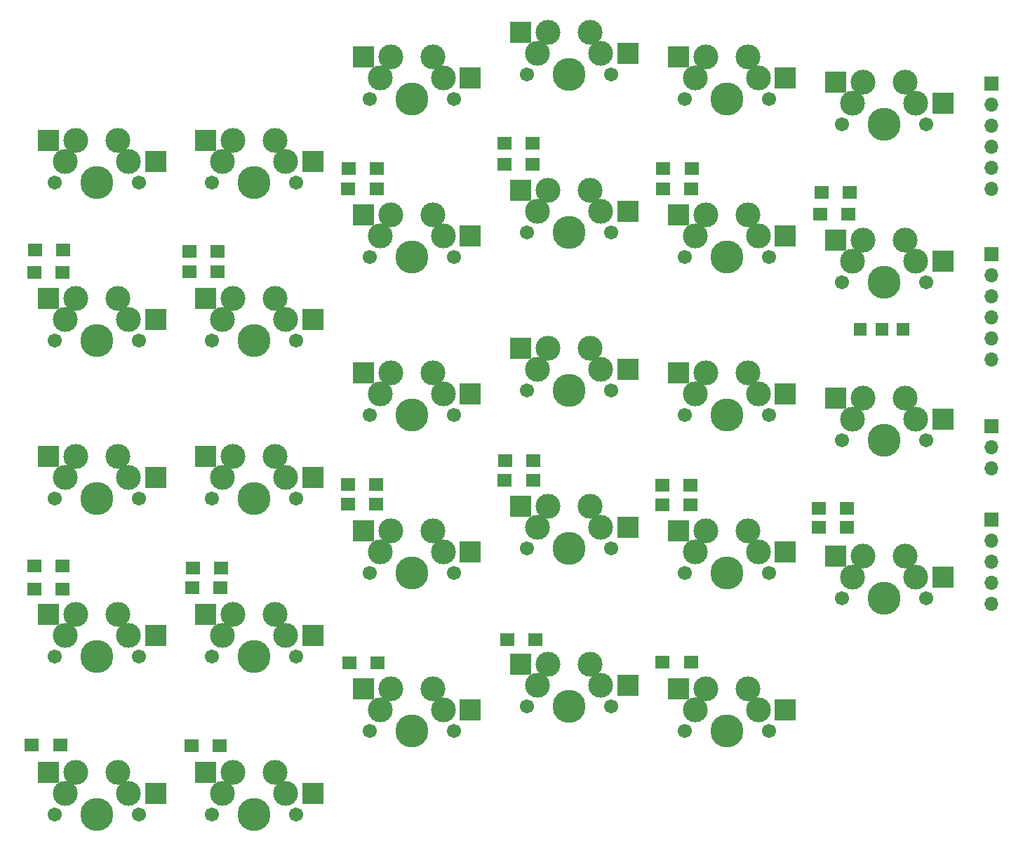
<source format=gbr>
%TF.GenerationSoftware,KiCad,Pcbnew,7.0.2*%
%TF.CreationDate,2023-04-26T23:00:14+02:00*%
%TF.ProjectId,phoenix-no-controller,70686f65-6e69-4782-9d6e-6f2d636f6e74,v1.0.0*%
%TF.SameCoordinates,Original*%
%TF.FileFunction,Soldermask,Top*%
%TF.FilePolarity,Negative*%
%FSLAX46Y46*%
G04 Gerber Fmt 4.6, Leading zero omitted, Abs format (unit mm)*
G04 Created by KiCad (PCBNEW 7.0.2) date 2023-04-26 23:00:14*
%MOMM*%
%LPD*%
G01*
G04 APERTURE LIST*
%ADD10C,1.701800*%
%ADD11C,3.000000*%
%ADD12C,3.987800*%
%ADD13R,2.550000X2.500000*%
%ADD14R,1.700000X1.700000*%
%ADD15O,1.700000X1.700000*%
%ADD16R,1.800000X1.500000*%
%ADD17R,1.524000X1.524000*%
G04 APERTURE END LIST*
D10*
%TO.C,S28*%
X230427500Y-114424810D03*
D11*
X231697500Y-111884810D03*
X232967500Y-109344810D03*
D12*
X235507500Y-114424810D03*
D11*
X238047500Y-109344810D03*
X239317500Y-111884810D03*
D10*
X240587500Y-114424810D03*
D13*
X229665500Y-109344810D03*
X242592500Y-111884810D03*
%TD*%
D10*
%TO.C,S21*%
X211427500Y-149524810D03*
D11*
X212697500Y-146984810D03*
X213967500Y-144444810D03*
D12*
X216507500Y-149524810D03*
D11*
X219047500Y-144444810D03*
X220317500Y-146984810D03*
D10*
X221587500Y-149524810D03*
D13*
X210665500Y-144444810D03*
X223592500Y-146984810D03*
%TD*%
D10*
%TO.C,S24*%
X211427500Y-92374810D03*
D11*
X212697500Y-89834810D03*
X213967500Y-87294810D03*
D12*
X216507500Y-92374810D03*
D11*
X219047500Y-87294810D03*
X220317500Y-89834810D03*
D10*
X221587500Y-92374810D03*
D13*
X210665500Y-87294810D03*
X223592500Y-89834810D03*
%TD*%
D10*
%TO.C,S11*%
X173427500Y-149524810D03*
D11*
X174697500Y-146984810D03*
X175967500Y-144444810D03*
D12*
X178507500Y-149524810D03*
D11*
X181047500Y-144444810D03*
X182317500Y-146984810D03*
D10*
X183587500Y-149524810D03*
D13*
X172665500Y-144444810D03*
X185592500Y-146984810D03*
%TD*%
D14*
%TO.C,*%
X248477500Y-111077500D03*
D15*
X248477500Y-113617500D03*
X248477500Y-116157500D03*
X248477500Y-118697500D03*
X248477500Y-121237500D03*
X248477500Y-123777500D03*
%TD*%
D16*
%TO.C,*%
X132670000Y-170270000D03*
%TD*%
D10*
%TO.C,S15*%
X192427500Y-165574810D03*
D11*
X193697500Y-163034810D03*
X194967500Y-160494810D03*
D12*
X197507500Y-165574810D03*
D11*
X200047500Y-160494810D03*
X201317500Y-163034810D03*
D10*
X202587500Y-165574810D03*
D13*
X191665500Y-160494810D03*
X204592500Y-163034810D03*
%TD*%
D10*
%TO.C,S12*%
X173427500Y-130474810D03*
D11*
X174697500Y-127934810D03*
X175967500Y-125394810D03*
D12*
X178507500Y-130474810D03*
D11*
X181047500Y-125394810D03*
X182317500Y-127934810D03*
D10*
X183587500Y-130474810D03*
D13*
X172665500Y-125394810D03*
X185592500Y-127934810D03*
%TD*%
D10*
%TO.C,S4*%
X135427500Y-102374810D03*
D11*
X136697500Y-99834810D03*
X137967500Y-97294810D03*
D12*
X140507500Y-102374810D03*
D11*
X143047500Y-97294810D03*
X144317500Y-99834810D03*
D10*
X145587500Y-102374810D03*
D13*
X134665500Y-97294810D03*
X147592500Y-99834810D03*
%TD*%
D10*
%TO.C,S6*%
X154427500Y-159524810D03*
D11*
X155697500Y-156984810D03*
X156967500Y-154444810D03*
D12*
X159507500Y-159524810D03*
D11*
X162047500Y-154444810D03*
X163317500Y-156984810D03*
D10*
X164587500Y-159524810D03*
D13*
X153665500Y-154444810D03*
X166592500Y-156984810D03*
%TD*%
D14*
%TO.C,*%
X248427500Y-131772500D03*
D15*
X248427500Y-134312500D03*
X248427500Y-136852500D03*
%TD*%
D10*
%TO.C,S10*%
X173427500Y-168574810D03*
D11*
X174697500Y-166034810D03*
X175967500Y-163494810D03*
D12*
X178507500Y-168574810D03*
D11*
X181047500Y-163494810D03*
X182317500Y-166034810D03*
D10*
X183587500Y-168574810D03*
D13*
X172665500Y-163494810D03*
X185592500Y-166034810D03*
%TD*%
D10*
%TO.C,S20*%
X211427500Y-168574810D03*
D11*
X212697500Y-166034810D03*
X213967500Y-163494810D03*
D12*
X216507500Y-168574810D03*
D11*
X219047500Y-163494810D03*
X220317500Y-166034810D03*
D10*
X221587500Y-168574810D03*
D13*
X210665500Y-163494810D03*
X223592500Y-166034810D03*
%TD*%
D10*
%TO.C,S27*%
X230427500Y-133474810D03*
D11*
X231697500Y-130934810D03*
X232967500Y-128394810D03*
D12*
X235507500Y-133474810D03*
D11*
X238047500Y-128394810D03*
X239317500Y-130934810D03*
D10*
X240587500Y-133474810D03*
D13*
X229665500Y-128394810D03*
X242592500Y-130934810D03*
%TD*%
D10*
%TO.C,S17*%
X192427500Y-127474810D03*
D11*
X193697500Y-124934810D03*
X194967500Y-122394810D03*
D12*
X197507500Y-127474810D03*
D11*
X200047500Y-122394810D03*
X201317500Y-124934810D03*
D10*
X202587500Y-127474810D03*
D13*
X191665500Y-122394810D03*
X204592500Y-124934810D03*
%TD*%
D10*
%TO.C,S29*%
X230427500Y-95374810D03*
D11*
X231697500Y-92834810D03*
X232967500Y-90294810D03*
D12*
X235507500Y-95374810D03*
D11*
X238047500Y-90294810D03*
X239317500Y-92834810D03*
D10*
X240587500Y-95374810D03*
D13*
X229665500Y-90294810D03*
X242592500Y-92834810D03*
%TD*%
D17*
%TO.C,*%
X237760000Y-120130000D03*
%TD*%
D10*
%TO.C,S3*%
X135427500Y-121424810D03*
D11*
X136697500Y-118884810D03*
X137967500Y-116344810D03*
D12*
X140507500Y-121424810D03*
D11*
X143047500Y-116344810D03*
X144317500Y-118884810D03*
D10*
X145587500Y-121424810D03*
D13*
X134665500Y-116344810D03*
X147592500Y-118884810D03*
%TD*%
D10*
%TO.C,S1*%
X135427500Y-159524810D03*
D11*
X136697500Y-156984810D03*
X137967500Y-154444810D03*
D12*
X140507500Y-159524810D03*
D11*
X143047500Y-154444810D03*
X144317500Y-156984810D03*
D10*
X145587500Y-159524810D03*
D13*
X134665500Y-154444810D03*
X147592500Y-156984810D03*
%TD*%
D10*
%TO.C,S13*%
X173427500Y-111424810D03*
D11*
X174697500Y-108884810D03*
X175967500Y-106344810D03*
D12*
X178507500Y-111424810D03*
D11*
X181047500Y-106344810D03*
X182317500Y-108884810D03*
D10*
X183587500Y-111424810D03*
D13*
X172665500Y-106344810D03*
X185592500Y-108884810D03*
%TD*%
D10*
%TO.C,S22*%
X211427500Y-130474810D03*
D11*
X212697500Y-127934810D03*
X213967500Y-125394810D03*
D12*
X216507500Y-130474810D03*
D11*
X219047500Y-125394810D03*
X220317500Y-127934810D03*
D10*
X221587500Y-130474810D03*
D13*
X210665500Y-125394810D03*
X223592500Y-127934810D03*
%TD*%
D10*
%TO.C,S7*%
X154427500Y-140474810D03*
D11*
X155697500Y-137934810D03*
X156967500Y-135394810D03*
D12*
X159507500Y-140474810D03*
D11*
X162047500Y-135394810D03*
X163317500Y-137934810D03*
D10*
X164587500Y-140474810D03*
D13*
X153665500Y-135394810D03*
X166592500Y-137934810D03*
%TD*%
D10*
%TO.C,S23*%
X211427500Y-111424810D03*
D11*
X212697500Y-108884810D03*
X213967500Y-106344810D03*
D12*
X216507500Y-111424810D03*
D11*
X219047500Y-106344810D03*
X220317500Y-108884810D03*
D10*
X221587500Y-111424810D03*
D13*
X210665500Y-106344810D03*
X223592500Y-108884810D03*
%TD*%
D17*
%TO.C,*%
X235260000Y-120130000D03*
%TD*%
D10*
%TO.C,S16*%
X192427500Y-146524810D03*
D11*
X193697500Y-143984810D03*
X194967500Y-141444810D03*
D12*
X197507500Y-146524810D03*
D11*
X200047500Y-141444810D03*
X201317500Y-143984810D03*
D10*
X202587500Y-146524810D03*
D13*
X191665500Y-141444810D03*
X204592500Y-143984810D03*
%TD*%
D10*
%TO.C,S19*%
X192427500Y-89374810D03*
D11*
X193697500Y-86834810D03*
X194967500Y-84294810D03*
D12*
X197507500Y-89374810D03*
D11*
X200047500Y-84294810D03*
X201317500Y-86834810D03*
D10*
X202587500Y-89374810D03*
D13*
X191665500Y-84294810D03*
X204592500Y-86834810D03*
%TD*%
D10*
%TO.C,S14*%
X173427500Y-92374810D03*
D11*
X174697500Y-89834810D03*
X175967500Y-87294810D03*
D12*
X178507500Y-92374810D03*
D11*
X181047500Y-87294810D03*
X182317500Y-89834810D03*
D10*
X183587500Y-92374810D03*
D13*
X172665500Y-87294810D03*
X185592500Y-89834810D03*
%TD*%
D17*
%TO.C,*%
X232660000Y-120130000D03*
%TD*%
D10*
%TO.C,S2*%
X135427500Y-140474810D03*
D11*
X136697500Y-137934810D03*
X137967500Y-135394810D03*
D12*
X140507500Y-140474810D03*
D11*
X143047500Y-135394810D03*
X144317500Y-137934810D03*
D10*
X145587500Y-140474810D03*
D13*
X134665500Y-135394810D03*
X147592500Y-137934810D03*
%TD*%
D10*
%TO.C,S8*%
X154427500Y-121424810D03*
D11*
X155697500Y-118884810D03*
X156967500Y-116344810D03*
D12*
X159507500Y-121424810D03*
D11*
X162047500Y-116344810D03*
X163317500Y-118884810D03*
D10*
X164587500Y-121424810D03*
D13*
X153665500Y-116344810D03*
X166592500Y-118884810D03*
%TD*%
D14*
%TO.C,*%
X248447500Y-90497500D03*
D15*
X248447500Y-93037500D03*
X248447500Y-95577500D03*
X248447500Y-98117500D03*
X248447500Y-100657500D03*
X248447500Y-103197500D03*
%TD*%
D10*
%TO.C,S26*%
X230427500Y-152524810D03*
D11*
X231697500Y-149984810D03*
X232967500Y-147444810D03*
D12*
X235507500Y-152524810D03*
D11*
X238047500Y-147444810D03*
X239317500Y-149984810D03*
D10*
X240587500Y-152524810D03*
D13*
X229665500Y-147444810D03*
X242592500Y-149984810D03*
%TD*%
D10*
%TO.C,S5*%
X154427500Y-178574810D03*
D11*
X155697500Y-176034810D03*
X156967500Y-173494810D03*
D12*
X159507500Y-178574810D03*
D11*
X162047500Y-173494810D03*
X163317500Y-176034810D03*
D10*
X164587500Y-178574810D03*
D13*
X153665500Y-173494810D03*
X166592500Y-176034810D03*
%TD*%
D14*
%TO.C,*%
X248447500Y-143022500D03*
D15*
X248447500Y-145562500D03*
X248447500Y-148102500D03*
X248447500Y-150642500D03*
X248447500Y-153182500D03*
%TD*%
D10*
%TO.C,S9*%
X154427500Y-102374810D03*
D11*
X155697500Y-99834810D03*
X156967500Y-97294810D03*
D12*
X159507500Y-102374810D03*
D11*
X162047500Y-97294810D03*
X163317500Y-99834810D03*
D10*
X164587500Y-102374810D03*
D13*
X153665500Y-97294810D03*
X166592500Y-99834810D03*
%TD*%
D10*
%TO.C,S18*%
X192427500Y-108424810D03*
D11*
X193697500Y-105884810D03*
X194967500Y-103344810D03*
D12*
X197507500Y-108424810D03*
D11*
X200047500Y-103344810D03*
X201317500Y-105884810D03*
D10*
X202587500Y-108424810D03*
D13*
X191665500Y-103344810D03*
X204592500Y-105884810D03*
%TD*%
D10*
%TO.C,S1*%
X135428000Y-178580000D03*
D11*
X136698000Y-176040000D03*
X137968000Y-173500000D03*
D12*
X140508000Y-178580000D03*
D11*
X143048000Y-173500000D03*
X144318000Y-176040000D03*
D10*
X145588000Y-178580000D03*
D13*
X134666000Y-173500000D03*
X147593000Y-176040000D03*
%TD*%
D16*
%TO.C,D25*%
X228000000Y-103630000D03*
X231400000Y-103630000D03*
%TD*%
%TO.C,D25*%
X189740000Y-138310000D03*
X193140000Y-138310000D03*
%TD*%
%TO.C,D25*%
X208820000Y-103200000D03*
X212220000Y-103200000D03*
%TD*%
%TO.C,D25*%
X152050000Y-151260000D03*
X155450000Y-151260000D03*
%TD*%
%TO.C,D25*%
X170820000Y-141230000D03*
X174220000Y-141230000D03*
%TD*%
%TO.C,D25*%
X189730000Y-100240000D03*
X193130000Y-100240000D03*
%TD*%
%TO.C,D25*%
X151710000Y-110730000D03*
X155110000Y-110730000D03*
%TD*%
%TO.C,D25*%
X227650000Y-144030000D03*
X231050000Y-144030000D03*
%TD*%
%TO.C,D25*%
X151970000Y-170310000D03*
X155370000Y-170310000D03*
%TD*%
%TO.C,D25*%
X208790000Y-160280000D03*
X212190000Y-160280000D03*
%TD*%
%TO.C,D25*%
X170880000Y-100710000D03*
X174280000Y-100710000D03*
%TD*%
%TO.C,D25*%
X171000000Y-160300000D03*
X174400000Y-160300000D03*
%TD*%
%TO.C,D25*%
X132960000Y-113220000D03*
X136360000Y-113220000D03*
%TD*%
%TO.C,D25*%
X227660000Y-141660000D03*
X231060000Y-141660000D03*
%TD*%
%TO.C,D25*%
X132670000Y-170270000D03*
X136070000Y-170270000D03*
%TD*%
%TO.C,D25*%
X227820000Y-106220000D03*
X231220000Y-106220000D03*
%TD*%
%TO.C,D25*%
X170830000Y-138860000D03*
X174230000Y-138860000D03*
%TD*%
%TO.C,D25*%
X170860000Y-103150000D03*
X174260000Y-103150000D03*
%TD*%
%TO.C,D25*%
X132980000Y-148670000D03*
X136380000Y-148670000D03*
%TD*%
%TO.C,D25*%
X133060000Y-110510000D03*
X136460000Y-110510000D03*
%TD*%
%TO.C,D25*%
X208870000Y-100710000D03*
X212270000Y-100710000D03*
%TD*%
%TO.C,D25*%
X208730000Y-138870000D03*
X212130000Y-138870000D03*
%TD*%
%TO.C,D25*%
X189750000Y-135940000D03*
X193150000Y-135940000D03*
%TD*%
%TO.C,D25*%
X152110000Y-148860000D03*
X155510000Y-148860000D03*
%TD*%
%TO.C,D25*%
X132940000Y-151470000D03*
X136340000Y-151470000D03*
%TD*%
%TO.C,D25*%
X151670000Y-113130000D03*
X155070000Y-113130000D03*
%TD*%
%TO.C,D25*%
X190030000Y-157500000D03*
X193430000Y-157500000D03*
%TD*%
%TO.C,D25*%
X189680000Y-97660000D03*
X193080000Y-97660000D03*
%TD*%
%TO.C,D25*%
X208720000Y-141240000D03*
X212120000Y-141240000D03*
%TD*%
M02*

</source>
